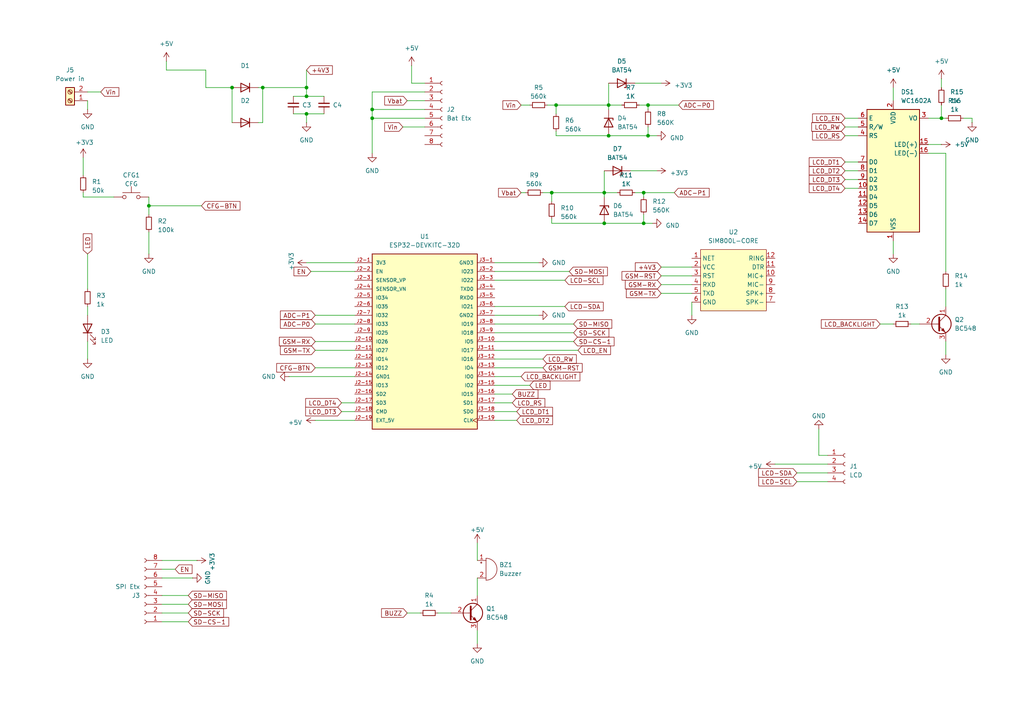
<source format=kicad_sch>
(kicad_sch (version 20231120) (generator "eeschema") (generator_version "8.0")
  (paper "A4")
  (lib_symbols
    (symbol "Connector:Conn_01x04_Socket" (pin_names (offset 1.016) hide)
      (property "Reference" "J" (at 0 5.08 0))
      (property "Value" "Conn_01x04_Socket" (at 0 -7.62 0))
      (symbol "Conn_01x04_Socket_1_1"
        (arc (start 0 -4.572) (mid -0.5058 -5.08) (end 0 -5.588) (stroke (width 0.1524)))
        (arc (start 0 -2.032) (mid -0.5058 -2.54) (end 0 -3.048) (stroke (width 0.1524)))
        (polyline (pts (xy -1.27 -5.08) (xy -0.508 -5.08)) (stroke (width 0.1524)))
        (polyline (pts (xy -1.27 -2.54) (xy -0.508 -2.54)) (stroke (width 0.1524)))
        (polyline (pts (xy -1.27 0) (xy -0.508 0)) (stroke (width 0.1524)))
        (polyline (pts (xy -1.27 2.54) (xy -0.508 2.54)) (stroke (width 0.1524)))
        (arc (start 0 0.508) (mid -0.5058 0) (end 0 -0.508) (stroke (width 0.1524)))
        (arc (start 0 3.048) (mid -0.5058 2.54) (end 0 2.032) (stroke (width 0.1524)))
        (pin passive line (at -5.08 2.54 0) (length 3.81) (name "Pin_1") (number "1"))
        (pin passive line (at -5.08 0 0) (length 3.81) (name "Pin_2") (number "2"))
        (pin passive line (at -5.08 -2.54 0) (length 3.81) (name "Pin_3") (number "3"))
        (pin passive line (at -5.08 -5.08 0) (length 3.81) (name "Pin_4") (number "4"))
      )
    )
    (symbol "Connector:Conn_01x08_Socket" (pin_names (offset 1.016) hide)
      (property "Reference" "J" (at 0 10.16 0))
      (property "Value" "Conn_01x08_Socket" (at 0 -12.7 0))
      (symbol "Conn_01x08_Socket_1_1"
        (arc (start 0 -9.652) (mid -0.5058 -10.16) (end 0 -10.668) (stroke (width 0.1524)))
        (arc (start 0 -7.112) (mid -0.5058 -7.62) (end 0 -8.128) (stroke (width 0.1524)))
        (arc (start 0 -4.572) (mid -0.5058 -5.08) (end 0 -5.588) (stroke (width 0.1524)))
        (arc (start 0 -2.032) (mid -0.5058 -2.54) (end 0 -3.048) (stroke (width 0.1524)))
        (polyline (pts (xy -1.27 -10.16) (xy -0.508 -10.16)) (stroke (width 0.1524)))
        (polyline (pts (xy -1.27 -7.62) (xy -0.508 -7.62)) (stroke (width 0.1524)))
        (polyline (pts (xy -1.27 -5.08) (xy -0.508 -5.08)) (stroke (width 0.1524)))
        (polyline (pts (xy -1.27 -2.54) (xy -0.508 -2.54)) (stroke (width 0.1524)))
        (polyline (pts (xy -1.27 0) (xy -0.508 0)) (stroke (width 0.1524)))
        (polyline (pts (xy -1.27 2.54) (xy -0.508 2.54)) (stroke (width 0.1524)))
        (polyline (pts (xy -1.27 5.08) (xy -0.508 5.08)) (stroke (width 0.1524)))
        (polyline (pts (xy -1.27 7.62) (xy -0.508 7.62)) (stroke (width 0.1524)))
        (arc (start 0 0.508) (mid -0.5058 0) (end 0 -0.508) (stroke (width 0.1524)))
        (arc (start 0 3.048) (mid -0.5058 2.54) (end 0 2.032) (stroke (width 0.1524)))
        (arc (start 0 5.588) (mid -0.5058 5.08) (end 0 4.572) (stroke (width 0.1524)))
        (arc (start 0 8.128) (mid -0.5058 7.62) (end 0 7.112) (stroke (width 0.1524)))
        (pin passive line (at -5.08 7.62 0) (length 3.81) (name "Pin_1") (number "1"))
        (pin passive line (at -5.08 5.08 0) (length 3.81) (name "Pin_2") (number "2"))
        (pin passive line (at -5.08 2.54 0) (length 3.81) (name "Pin_3") (number "3"))
        (pin passive line (at -5.08 0 0) (length 3.81) (name "Pin_4") (number "4"))
        (pin passive line (at -5.08 -2.54 0) (length 3.81) (name "Pin_5") (number "5"))
        (pin passive line (at -5.08 -5.08 0) (length 3.81) (name "Pin_6") (number "6"))
        (pin passive line (at -5.08 -7.62 0) (length 3.81) (name "Pin_7") (number "7"))
        (pin passive line (at -5.08 -10.16 0) (length 3.81) (name "Pin_8") (number "8"))
      )
    )
    (symbol "Connector:Screw_Terminal_01x02" (pin_names (offset 1.016) hide)
      (property "Reference" "J" (at 0 2.54 0))
      (property "Value" "Screw_Terminal_01x02" (at 0 -5.08 0))
      (symbol "Screw_Terminal_01x02_1_1"
        (rectangle (start -1.27 1.27) (end 1.27 -3.81) (stroke (width 0.254)) (fill (type background)))
        (circle (center 0 -2.54) (radius 0.635) (stroke (width 0.1524)))
        (polyline (pts (xy -0.5334 -2.2098) (xy 0.3302 -3.048)) (stroke (width 0.1524)))
        (polyline (pts (xy -0.5334 0.3302) (xy 0.3302 -0.508)) (stroke (width 0.1524)))
        (polyline (pts (xy -0.3556 -2.032) (xy 0.508 -2.8702)) (stroke (width 0.1524)))
        (polyline (pts (xy -0.3556 0.508) (xy 0.508 -0.3302)) (stroke (width 0.1524)))
        (circle (center 0 0) (radius 0.635) (stroke (width 0.1524)))
        (pin passive line (at -5.08 0 0) (length 3.81) (name "Pin_1") (number "1"))
        (pin passive line (at -5.08 -2.54 0) (length 3.81) (name "Pin_2") (number "2"))
      )
    )
    (symbol "Device:Buzzer" (pin_names (offset 0.0254) hide)
      (property "Reference" "BZ" (at 3.81 1.27 0))
      (property "Value" "Buzzer" (at 3.81 -1.27 0))
      (symbol "Buzzer_0_1"
        (arc (start 0 -3.175) (mid 3.1612 0) (end 0 3.175))
        (polyline (pts (xy -1.651 1.905) (xy -1.143 1.905)))
        (polyline (pts (xy -1.397 2.159) (xy -1.397 1.651)))
        (polyline (pts (xy 0 3.175) (xy 0 -3.175)))
      )
      (symbol "Buzzer_1_1"
        (pin passive line (at -2.54 2.54 0) (length 2.54) (name "+") (number "1"))
        (pin passive line (at -2.54 -2.54 0) (length 2.54) (name "-") (number "2"))
      )
    )
    (symbol "Device:C_Small" (pin_numbers hide) (pin_names (offset 0.254) hide)
      (property "Reference" "C" (at 0.254 1.778 0))
      (property "Value" "C_Small" (at 0.254 -2.032 0))
      (symbol "C_Small_0_1"
        (polyline (pts (xy -1.524 -0.508) (xy 1.524 -0.508)) (stroke (width 0.3302)))
        (polyline (pts (xy -1.524 0.508) (xy 1.524 0.508)) (stroke (width 0.3048)))
      )
      (symbol "C_Small_1_1"
        (pin passive line (at 0 2.54 270) (length 2.032) (name "~") (number "1"))
        (pin passive line (at 0 -2.54 90) (length 2.032) (name "~") (number "2"))
      )
    )
    (symbol "Device:LED" (pin_numbers hide) (pin_names (offset 1.016) hide)
      (property "Reference" "D" (at 0 2.54 0))
      (property "Value" "LED" (at 0 -2.54 0))
      (symbol "LED_0_1"
        (polyline (pts (xy -1.27 -1.27) (xy -1.27 1.27)) (stroke (width 0.254)))
        (polyline (pts (xy -1.27 0) (xy 1.27 0)))
        (polyline (pts (xy 1.27 -1.27) (xy 1.27 1.27) (xy -1.27 0) (xy 1.27 -1.27)) (stroke (width 0.254)))
        (polyline (pts (xy -3.048 -0.762) (xy -4.572 -2.286) (xy -3.81 -2.286) (xy -4.572 -2.286) (xy -4.572 -1.524)))
        (polyline (pts (xy -1.778 -0.762) (xy -3.302 -2.286) (xy -2.54 -2.286) (xy -3.302 -2.286) (xy -3.302 -1.524)))
      )
      (symbol "LED_1_1"
        (pin passive line (at -3.81 0 0) (length 2.54) (name "K") (number "1"))
        (pin passive line (at 3.81 0 180) (length 2.54) (name "A") (number "2"))
      )
    )
    (symbol "Device:R_Small" (pin_numbers hide) (pin_names (offset 0.254) hide)
      (property "Reference" "R" (at 0.762 0.508 0))
      (property "Value" "R_Small" (at 0.762 -1.016 0))
      (symbol "R_Small_0_1"
        (rectangle (start -0.762 1.778) (end 0.762 -1.778) (stroke (width 0.2032)))
      )
      (symbol "R_Small_1_1"
        (pin passive line (at 0 2.54 270) (length 0.762) (name "~") (number "1"))
        (pin passive line (at 0 -2.54 90) (length 0.762) (name "~") (number "2"))
      )
    )
    (symbol "Diode:1N4007" (pin_numbers hide) (pin_names hide)
      (property "Reference" "D" (at 0 2.54 0))
      (property "Value" "1N4007" (at 0 -2.54 0))
      (symbol "1N4007_0_1"
        (polyline (pts (xy -1.27 1.27) (xy -1.27 -1.27)) (stroke (width 0.254)))
        (polyline (pts (xy 1.27 0) (xy -1.27 0)))
        (polyline (pts (xy 1.27 1.27) (xy 1.27 -1.27) (xy -1.27 0) (xy 1.27 1.27)) (stroke (width 0.254)))
      )
      (symbol "1N4007_1_1"
        (pin passive line (at -3.81 0 0) (length 2.54) (name "K") (number "1"))
        (pin passive line (at 3.81 0 180) (length 2.54) (name "A") (number "2"))
      )
    )
    (symbol "Diode:1N47xxA" (pin_numbers hide) (pin_names hide)
      (property "Reference" "D" (at 0 2.54 0))
      (property "Value" "1N47xxA" (at 0 -2.54 0))
      (symbol "1N47xxA_0_1"
        (polyline (pts (xy 1.27 0) (xy -1.27 0)))
        (polyline (pts (xy -1.27 -1.27) (xy -1.27 1.27) (xy -0.762 1.27)) (stroke (width 0.254)))
        (polyline (pts (xy 1.27 -1.27) (xy 1.27 1.27) (xy -1.27 0) (xy 1.27 -1.27)) (stroke (width 0.254)))
      )
      (symbol "1N47xxA_1_1"
        (pin passive line (at -3.81 0 0) (length 2.54) (name "K") (number "1"))
        (pin passive line (at 3.81 0 180) (length 2.54) (name "A") (number "2"))
      )
    )
    (symbol "Display_Character:WC1602A"
      (property "Reference" "DS" (at -5.842 19.05 0))
      (property "Value" "WC1602A" (at 5.334 19.05 0))
      (symbol "WC1602A_1_1"
        (rectangle (start -7.62 17.78) (end 7.62 -17.78) (stroke (width 0.254)) (fill (type background)))
        (pin power_in line (at 0 -20.32 90) (length 2.54) (name "VSS") (number "1"))
        (pin input line (at -10.16 -5.08 0) (length 2.54) (name "D3") (number "10"))
        (pin input line (at -10.16 -7.62 0) (length 2.54) (name "D4") (number "11"))
        (pin input line (at -10.16 -10.16 0) (length 2.54) (name "D5") (number "12"))
        (pin input line (at -10.16 -12.7 0) (length 2.54) (name "D6") (number "13"))
        (pin input line (at -10.16 -15.24 0) (length 2.54) (name "D7") (number "14"))
        (pin power_in line (at 10.16 7.62 180) (length 2.54) (name "LED(+)") (number "15"))
        (pin power_in line (at 10.16 5.08 180) (length 2.54) (name "LED(-)") (number "16"))
        (pin power_in line (at 0 20.32 270) (length 2.54) (name "VDD") (number "2"))
        (pin input line (at 10.16 15.24 180) (length 2.54) (name "VO") (number "3"))
        (pin input line (at -10.16 10.16 0) (length 2.54) (name "RS") (number "4"))
        (pin input line (at -10.16 12.7 0) (length 2.54) (name "R/W") (number "5"))
        (pin input line (at -10.16 15.24 0) (length 2.54) (name "E") (number "6"))
        (pin input line (at -10.16 2.54 0) (length 2.54) (name "D0") (number "7"))
        (pin input line (at -10.16 0 0) (length 2.54) (name "D1") (number "8"))
        (pin input line (at -10.16 -2.54 0) (length 2.54) (name "D2") (number "9"))
      )
    )
    (symbol "ESP32-DEVKIT:ESP32-DEVKITC-32D" (pin_names (offset 1.016))
      (property "Reference" "U" (at -15.2572 26.0643 0))
      (property "Value" "ESP32-DEVKITC-32D" (at -15.2563 -27.9698 0))
      (symbol "ESP32-DEVKITC-32D_0_0"
        (rectangle (start -15.24 -25.4) (end 15.24 25.4) (stroke (width 0.254)) (fill (type background)))
        (pin power_in line (at -20.32 22.86 0) (length 5.08) (name "3V3") (number "J2-1"))
        (pin bidirectional line (at -20.32 0 0) (length 5.08) (name "IO26") (number "J2-10"))
        (pin bidirectional line (at -20.32 -2.54 0) (length 5.08) (name "IO27") (number "J2-11"))
        (pin bidirectional line (at -20.32 -5.08 0) (length 5.08) (name "IO14") (number "J2-12"))
        (pin bidirectional line (at -20.32 -7.62 0) (length 5.08) (name "IO12") (number "J2-13"))
        (pin power_in line (at -20.32 -10.16 0) (length 5.08) (name "GND1") (number "J2-14"))
        (pin bidirectional line (at -20.32 -12.7 0) (length 5.08) (name "IO13") (number "J2-15"))
        (pin bidirectional line (at -20.32 -15.24 0) (length 5.08) (name "SD2") (number "J2-16"))
        (pin bidirectional line (at -20.32 -17.78 0) (length 5.08) (name "SD3") (number "J2-17"))
        (pin bidirectional line (at -20.32 -20.32 0) (length 5.08) (name "CMD") (number "J2-18"))
        (pin power_in line (at -20.32 -22.86 0) (length 5.08) (name "EXT_5V") (number "J2-19"))
        (pin input line (at -20.32 20.32 0) (length 5.08) (name "EN") (number "J2-2"))
        (pin input line (at -20.32 17.78 0) (length 5.08) (name "SENSOR_VP") (number "J2-3"))
        (pin input line (at -20.32 15.24 0) (length 5.08) (name "SENSOR_VN") (number "J2-4"))
        (pin bidirectional line (at -20.32 12.7 0) (length 5.08) (name "IO34") (number "J2-5"))
        (pin bidirectional line (at -20.32 10.16 0) (length 5.08) (name "IO35") (number "J2-6"))
        (pin bidirectional line (at -20.32 7.62 0) (length 5.08) (name "IO32") (number "J2-7"))
        (pin bidirectional line (at -20.32 5.08 0) (length 5.08) (name "IO33") (number "J2-8"))
        (pin bidirectional line (at -20.32 2.54 0) (length 5.08) (name "IO25") (number "J2-9"))
        (pin power_in line (at 20.32 22.86 180) (length 5.08) (name "GND3") (number "J3-1"))
        (pin bidirectional line (at 20.32 0 180) (length 5.08) (name "IO5") (number "J3-10"))
        (pin bidirectional line (at 20.32 -2.54 180) (length 5.08) (name "IO17") (number "J3-11"))
        (pin bidirectional line (at 20.32 -5.08 180) (length 5.08) (name "IO16") (number "J3-12"))
        (pin bidirectional line (at 20.32 -7.62 180) (length 5.08) (name "IO4") (number "J3-13"))
        (pin bidirectional line (at 20.32 -10.16 180) (length 5.08) (name "IO0") (number "J3-14"))
        (pin bidirectional line (at 20.32 -12.7 180) (length 5.08) (name "IO2") (number "J3-15"))
        (pin bidirectional line (at 20.32 -15.24 180) (length 5.08) (name "IO15") (number "J3-16"))
        (pin bidirectional line (at 20.32 -17.78 180) (length 5.08) (name "SD1") (number "J3-17"))
        (pin bidirectional line (at 20.32 -20.32 180) (length 5.08) (name "SD0") (number "J3-18"))
        (pin input clock (at 20.32 -22.86 180) (length 5.08) (name "CLK") (number "J3-19"))
        (pin bidirectional line (at 20.32 20.32 180) (length 5.08) (name "IO23") (number "J3-2"))
        (pin bidirectional line (at 20.32 17.78 180) (length 5.08) (name "IO22") (number "J3-3"))
        (pin output line (at 20.32 15.24 180) (length 5.08) (name "TXD0") (number "J3-4"))
        (pin input line (at 20.32 12.7 180) (length 5.08) (name "RXD0") (number "J3-5"))
        (pin bidirectional line (at 20.32 10.16 180) (length 5.08) (name "IO21") (number "J3-6"))
        (pin power_in line (at 20.32 7.62 180) (length 5.08) (name "GND2") (number "J3-7"))
        (pin bidirectional line (at 20.32 5.08 180) (length 5.08) (name "IO19") (number "J3-8"))
        (pin bidirectional line (at 20.32 2.54 180) (length 5.08) (name "IO18") (number "J3-9"))
      )
    )
    (symbol "SIM800L-DEVKIT:SIM800L-CORE"
      (property "Reference" "U" (at -7.62 8.89 0))
      (property "Value" "SIM800L-CORE" (at 0 -12.7 0))
      (symbol "SIM800L-CORE_0_1"
        (rectangle (start -8.89 7.62) (end 10.16 -10.16) (stroke (width 0.1524)) (fill (type background)))
      )
      (symbol "SIM800L-CORE_1_1"
        (pin bidirectional line (at -11.43 5.08 0) (length 2.54) (name "NET") (number "1"))
        (pin output line (at 12.7 0 180) (length 2.54) (name "MIC+") (number "10"))
        (pin passive line (at 12.7 2.54 180) (length 2.54) (name "DTR") (number "11"))
        (pin output line (at 12.7 5.08 180) (length 2.54) (name "RING") (number "12"))
        (pin power_in line (at -11.43 2.54 0) (length 2.54) (name "VCC") (number "2"))
        (pin input line (at -11.43 0 0) (length 2.54) (name "RST") (number "3"))
        (pin input line (at -11.43 -2.54 0) (length 2.54) (name "RXD") (number "4"))
        (pin output line (at -11.43 -5.08 0) (length 2.54) (name "TXD") (number "5"))
        (pin power_in line (at -11.43 -7.62 0) (length 2.54) (name "GND") (number "6"))
        (pin output line (at 12.7 -7.62 180) (length 2.54) (name "SPK-") (number "7"))
        (pin output line (at 12.7 -5.08 180) (length 2.54) (name "SPK+") (number "8"))
        (pin output line (at 12.7 -2.54 180) (length 2.54) (name "MIC-") (number "9"))
      )
    )
    (symbol "Switch:SW_Push" (pin_numbers hide) (pin_names (offset 1.016) hide)
      (property "Reference" "SW" (at 1.27 2.54 0))
      (property "Value" "SW_Push" (at 0 -1.524 0))
      (symbol "SW_Push_0_1"
        (circle (center -2.032 0) (radius 0.508))
        (polyline (pts (xy 0 1.27) (xy 0 3.048)))
        (polyline (pts (xy 2.54 1.27) (xy -2.54 1.27)))
        (circle (center 2.032 0) (radius 0.508))
        (pin passive line (at -5.08 0 0) (length 2.54) (name "1") (number "1"))
        (pin passive line (at 5.08 0 180) (length 2.54) (name "2") (number "2"))
      )
    )
    (symbol "Transistor_BJT:BC548" (pin_names (offset 0) hide)
      (property "Reference" "Q" (at 5.08 1.905 0))
      (property "Value" "BC548" (at 5.08 0 0))
      (symbol "BC548_0_1"
        (polyline (pts (xy 0 0) (xy 0.635 0)))
        (polyline (pts (xy 0.635 0.635) (xy 2.54 2.54)))
        (polyline (pts (xy 0.635 -0.635) (xy 2.54 -2.54) (xy 2.54 -2.54)))
        (polyline (pts (xy 0.635 1.905) (xy 0.635 -1.905) (xy 0.635 -1.905)) (stroke (width 0.508)))
        (polyline (pts (xy 1.27 -1.778) (xy 1.778 -1.27) (xy 2.286 -2.286) (xy 1.27 -1.778) (xy 1.27 -1.778)) (fill (type outline)))
        (circle (center 1.27 0) (radius 2.8194) (stroke (width 0.254)))
      )
      (symbol "BC548_1_1"
        (pin passive line (at 2.54 5.08 270) (length 2.54) (name "C") (number "1"))
        (pin input line (at -5.08 0 0) (length 5.08) (name "B") (number "2"))
        (pin passive line (at 2.54 -5.08 90) (length 2.54) (name "E") (number "3"))
      )
    )
    (symbol "power:+3V3" (power) (pin_numbers hide) (pin_names (offset 0) hide)
      (property "Value" "+3V3" (at 0 3.556 0))
      (symbol "+3V3_0_1"
        (polyline (pts (xy -0.762 1.27) (xy 0 2.54)))
        (polyline (pts (xy 0 0) (xy 0 2.54)))
        (polyline (pts (xy 0 2.54) (xy 0.762 1.27)))
      )
      (symbol "+3V3_1_1"
        (pin power_in line (at 0 0 90) (length 0) (name "~") (number "1"))
      )
    )
    (symbol "power:+5V" (power) (pin_numbers hide) (pin_names (offset 0) hide)
      (property "Value" "+5V" (at 0 3.556 0))
      (symbol "+5V_0_1"
        (polyline (pts (xy -0.762 1.27) (xy 0 2.54)))
        (polyline (pts (xy 0 0) (xy 0 2.54)))
        (polyline (pts (xy 0 2.54) (xy 0.762 1.27)))
      )
      (symbol "+5V_1_1"
        (pin power_in line (at 0 0 90) (length 0) (name "~") (number "1"))
      )
    )
    (symbol "power:GND" (power) (pin_numbers hide) (pin_names (offset 0) hide)
      (property "Value" "GND" (at 0 -3.81 0))
      (symbol "GND_0_1"
        (polyline (pts (xy 0 0) (xy 0 -1.27) (xy 1.27 -1.27) (xy 0 -2.54) (xy -1.27 -1.27) (xy 0 -1.27)))
      )
      (symbol "GND_1_1"
        (pin power_in line (at 0 0 270) (length 0) (name "~") (number "1"))
      )
    )
  )
  (junction (at 175.26 55.88))
  (junction (at 186.69 55.88))
  (junction (at 161.29 30.48))
  (junction (at 67.31 25.4))
  (junction (at 76.2 25.4))
  (junction (at 187.96 39.37))
  (junction (at 88.9 25.4))
  (junction (at 88.9 27.94))
  (junction (at 176.53 30.48))
  (junction (at 88.9 33.02))
  (junction (at 186.69 64.77))
  (junction (at 160.02 55.88))
  (junction (at 107.95 34.29))
  (junction (at 175.26 64.77))
  (junction (at 176.53 39.37))
  (junction (at 43.18 59.69))
  (junction (at 187.96 30.48))
  (junction (at 107.95 31.75))
  (junction (at 273.05 34.29))
  (wire (pts (xy 176.53 30.48) (xy 180.34 30.48)))
  (wire (pts (xy 264.16 93.98) (xy 266.7 93.98)))
  (wire (pts (xy 54.61 177.8) (xy 46.99 177.8)))
  (wire (pts (xy 143.51 99.06) (xy 166.37 99.06)))
  (wire (pts (xy 88.9 20.32) (xy 88.9 25.4)))
  (wire (pts (xy 161.29 30.48) (xy 161.29 33.02)))
  (wire (pts (xy 67.31 25.4) (xy 67.31 35.56)))
  (wire (pts (xy 191.77 80.01) (xy 200.66 80.01)))
  (wire (pts (xy 187.96 30.48) (xy 196.85 30.48)))
  (wire (pts (xy 184.15 24.13) (xy 191.77 24.13)))
  (wire (pts (xy 59.69 25.4) (xy 67.31 25.4)))
  (wire (pts (xy 143.51 78.74) (xy 165.1 78.74)))
  (wire (pts (xy 143.51 116.84) (xy 148.59 116.84)))
  (wire (pts (xy 25.4 29.21) (xy 25.4 31.75)))
  (wire (pts (xy 54.61 175.26) (xy 46.99 175.26)))
  (wire (pts (xy 107.95 34.29) (xy 123.19 34.29)))
  (wire (pts (xy 185.42 30.48) (xy 187.96 30.48)))
  (wire (pts (xy 88.9 25.4) (xy 88.9 27.94)))
  (wire (pts (xy 143.51 93.98) (xy 166.37 93.98)))
  (wire (pts (xy 160.02 55.88) (xy 175.26 55.88)))
  (wire (pts (xy 161.29 38.1) (xy 161.29 39.37)))
  (wire (pts (xy 54.61 180.34) (xy 46.99 180.34)))
  (wire (pts (xy 143.51 81.28) (xy 163.83 81.28)))
  (wire (pts (xy 273.05 34.29) (xy 274.32 34.29)))
  (wire (pts (xy 91.44 106.68) (xy 102.87 106.68)))
  (wire (pts (xy 151.13 55.88) (xy 152.4 55.88)))
  (wire (pts (xy 91.44 91.44) (xy 102.87 91.44)))
  (wire (pts (xy 274.32 83.82) (xy 274.32 88.9)))
  (wire (pts (xy 191.77 77.47) (xy 200.66 77.47)))
  (wire (pts (xy 187.96 30.48) (xy 187.96 31.75)))
  (wire (pts (xy 88.9 33.02) (xy 93.98 33.02)))
  (wire (pts (xy 24.13 57.15) (xy 33.02 57.15)))
  (wire (pts (xy 143.51 76.2) (xy 156.21 76.2)))
  (wire (pts (xy 43.18 59.69) (xy 58.42 59.69)))
  (wire (pts (xy 245.11 36.83) (xy 248.92 36.83)))
  (wire (pts (xy 25.4 26.67) (xy 29.21 26.67)))
  (wire (pts (xy 50.8 165.1) (xy 46.99 165.1)))
  (wire (pts (xy 237.49 132.08) (xy 240.03 132.08)))
  (wire (pts (xy 187.96 36.83) (xy 187.96 39.37)))
  (wire (pts (xy 25.4 88.9) (xy 25.4 91.44)))
  (wire (pts (xy 175.26 64.77) (xy 186.69 64.77)))
  (wire (pts (xy 123.19 26.67) (xy 107.95 26.67)))
  (wire (pts (xy 176.53 24.13) (xy 176.53 30.48)))
  (wire (pts (xy 118.11 177.8) (xy 121.92 177.8)))
  (wire (pts (xy 25.4 99.06) (xy 25.4 104.14)))
  (wire (pts (xy 24.13 45.72) (xy 24.13 50.8)))
  (wire (pts (xy 116.84 36.83) (xy 123.19 36.83)))
  (wire (pts (xy 279.4 34.29) (xy 281.94 34.29)))
  (wire (pts (xy 143.51 111.76) (xy 153.67 111.76)))
  (wire (pts (xy 90.17 78.74) (xy 102.87 78.74)))
  (wire (pts (xy 83.82 109.22) (xy 102.87 109.22)))
  (wire (pts (xy 88.9 33.02) (xy 88.9 35.56)))
  (wire (pts (xy 186.69 62.23) (xy 186.69 64.77)))
  (wire (pts (xy 175.26 55.88) (xy 179.07 55.88)))
  (wire (pts (xy 138.43 167.64) (xy 138.43 172.72)))
  (wire (pts (xy 91.44 121.92) (xy 102.87 121.92)))
  (wire (pts (xy 274.32 99.06) (xy 274.32 102.87)))
  (wire (pts (xy 107.95 31.75) (xy 107.95 34.29)))
  (wire (pts (xy 143.51 121.92) (xy 149.86 121.92)))
  (wire (pts (xy 245.11 54.61) (xy 248.92 54.61)))
  (wire (pts (xy 269.24 44.45) (xy 274.32 44.45)))
  (wire (pts (xy 91.44 93.98) (xy 102.87 93.98)))
  (wire (pts (xy 259.08 69.85) (xy 259.08 73.66)))
  (wire (pts (xy 237.49 124.46) (xy 237.49 132.08)))
  (wire (pts (xy 43.18 59.69) (xy 43.18 62.23)))
  (wire (pts (xy 88.9 76.2) (xy 102.87 76.2)))
  (wire (pts (xy 24.13 55.88) (xy 24.13 57.15)))
  (wire (pts (xy 175.26 49.53) (xy 175.26 55.88)))
  (wire (pts (xy 245.11 39.37) (xy 248.92 39.37)))
  (wire (pts (xy 43.18 57.15) (xy 43.18 59.69)))
  (wire (pts (xy 76.2 35.56) (xy 74.93 35.56)))
  (wire (pts (xy 143.51 101.6) (xy 167.64 101.6)))
  (wire (pts (xy 119.38 24.13) (xy 119.38 19.05)))
  (wire (pts (xy 187.96 39.37) (xy 190.5 39.37)))
  (wire (pts (xy 186.69 55.88) (xy 195.58 55.88)))
  (wire (pts (xy 273.05 22.86) (xy 273.05 25.4)))
  (wire (pts (xy 160.02 55.88) (xy 160.02 58.42)))
  (wire (pts (xy 273.05 30.48) (xy 273.05 34.29)))
  (wire (pts (xy 143.51 109.22) (xy 151.13 109.22)))
  (wire (pts (xy 143.51 96.52) (xy 166.37 96.52)))
  (wire (pts (xy 160.02 63.5) (xy 160.02 64.77)))
  (wire (pts (xy 274.32 44.45) (xy 274.32 78.74)))
  (wire (pts (xy 182.88 49.53) (xy 190.5 49.53)))
  (wire (pts (xy 88.9 27.94) (xy 93.98 27.94)))
  (wire (pts (xy 191.77 85.09) (xy 200.66 85.09)))
  (wire (pts (xy 48.26 17.78) (xy 48.26 20.32)))
  (wire (pts (xy 224.79 134.62) (xy 240.03 134.62)))
  (wire (pts (xy 245.11 49.53) (xy 248.92 49.53)))
  (wire (pts (xy 191.77 82.55) (xy 200.66 82.55)))
  (wire (pts (xy 259.08 25.4) (xy 259.08 29.21)))
  (wire (pts (xy 99.06 119.38) (xy 102.87 119.38)))
  (wire (pts (xy 127 177.8) (xy 130.81 177.8)))
  (wire (pts (xy 48.26 20.32) (xy 59.69 20.32)))
  (wire (pts (xy 231.14 137.16) (xy 240.03 137.16)))
  (wire (pts (xy 231.14 139.7) (xy 240.03 139.7)))
  (wire (pts (xy 57.15 162.56) (xy 46.99 162.56)))
  (wire (pts (xy 55.88 167.64) (xy 46.99 167.64)))
  (wire (pts (xy 269.24 41.91) (xy 273.05 41.91)))
  (wire (pts (xy 158.75 30.48) (xy 161.29 30.48)))
  (wire (pts (xy 143.51 104.14) (xy 157.48 104.14)))
  (wire (pts (xy 245.11 52.07) (xy 248.92 52.07)))
  (wire (pts (xy 76.2 25.4) (xy 88.9 25.4)))
  (wire (pts (xy 281.94 34.29) (xy 281.94 35.56)))
  (wire (pts (xy 143.51 114.3) (xy 148.59 114.3)))
  (wire (pts (xy 76.2 25.4) (xy 76.2 35.56)))
  (wire (pts (xy 123.19 24.13) (xy 119.38 24.13)))
  (wire (pts (xy 161.29 39.37) (xy 176.53 39.37)))
  (wire (pts (xy 184.15 55.88) (xy 186.69 55.88)))
  (wire (pts (xy 151.13 30.48) (xy 153.67 30.48)))
  (wire (pts (xy 176.53 39.37) (xy 187.96 39.37)))
  (wire (pts (xy 157.48 55.88) (xy 160.02 55.88)))
  (wire (pts (xy 255.27 93.98) (xy 259.08 93.98)))
  (wire (pts (xy 85.09 27.94) (xy 88.9 27.94)))
  (wire (pts (xy 85.09 33.02) (xy 88.9 33.02)))
  (wire (pts (xy 43.18 67.31) (xy 43.18 73.66)))
  (wire (pts (xy 143.51 106.68) (xy 157.48 106.68)))
  (wire (pts (xy 200.66 87.63) (xy 200.66 91.44)))
  (wire (pts (xy 25.4 73.66) (xy 25.4 83.82)))
  (wire (pts (xy 176.53 31.75) (xy 176.53 30.48)))
  (wire (pts (xy 54.61 172.72) (xy 46.99 172.72)))
  (wire (pts (xy 107.95 26.67) (xy 107.95 31.75)))
  (wire (pts (xy 107.95 31.75) (xy 123.19 31.75)))
  (wire (pts (xy 91.44 99.06) (xy 102.87 99.06)))
  (wire (pts (xy 269.24 34.29) (xy 273.05 34.29)))
  (wire (pts (xy 59.69 20.32) (xy 59.69 25.4)))
  (wire (pts (xy 99.06 116.84) (xy 102.87 116.84)))
  (wire (pts (xy 245.11 34.29) (xy 248.92 34.29)))
  (wire (pts (xy 245.11 46.99) (xy 248.92 46.99)))
  (wire (pts (xy 160.02 64.77) (xy 175.26 64.77)))
  (wire (pts (xy 138.43 182.88) (xy 138.43 186.69)))
  (wire (pts (xy 143.51 91.44) (xy 156.21 91.44)))
  (wire (pts (xy 107.95 34.29) (xy 107.95 44.45)))
  (wire (pts (xy 143.51 88.9) (xy 163.83 88.9)))
  (wire (pts (xy 175.26 57.15) (xy 175.26 55.88)))
  (wire (pts (xy 186.69 55.88) (xy 186.69 57.15)))
  (wire (pts (xy 118.11 29.21) (xy 123.19 29.21)))
  (wire (pts (xy 143.51 119.38) (xy 149.86 119.38)))
  (wire (pts (xy 186.69 64.77) (xy 189.23 64.77)))
  (wire (pts (xy 161.29 30.48) (xy 176.53 30.48)))
  (wire (pts (xy 76.2 25.4) (xy 74.93 25.4)))
  (wire (pts (xy 138.43 157.48) (xy 138.43 162.56)))
  (wire (pts (xy 91.44 101.6) (xy 102.87 101.6)))
  (global_label "LCD-SDA" (shape input) (at 231.14 137.16 180) (property "Intersheetrefs" "${INTERSHEET_REFS}" (effects (hide yes))))
  (global_label "+4V3" (shape input) (at 88.9 20.32 0) (property "Intersheetrefs" "${INTERSHEET_REFS}" (effects (hide yes))))
  (global_label "SD-MISO" (shape input) (at 166.37 93.98 0) (property "Intersheetrefs" "${INTERSHEET_REFS}" (effects (hide yes))))
  (global_label "GSM-RX" (shape input) (at 191.77 82.55 180) (property "Intersheetrefs" "${INTERSHEET_REFS}" (effects (hide yes))))
  (global_label "GSM-TX" (shape input) (at 91.44 101.6 180) (property "Intersheetrefs" "${INTERSHEET_REFS}" (effects (hide yes))))
  (global_label "SD-CS-1" (shape input) (at 166.37 99.06 0) (property "Intersheetrefs" "${INTERSHEET_REFS}" (effects (hide yes))))
  (global_label "GSM-RST" (shape input) (at 191.77 80.01 180) (property "Intersheetrefs" "${INTERSHEET_REFS}" (effects (hide yes))))
  (global_label "SD-MOSI" (shape input) (at 165.1 78.74 0) (property "Intersheetrefs" "${INTERSHEET_REFS}" (effects (hide yes))))
  (global_label "CFG-BTN" (shape input) (at 91.44 106.68 180) (property "Intersheetrefs" "${INTERSHEET_REFS}" (effects (hide yes))))
  (global_label "Vin" (shape input) (at 29.21 26.67 0) (property "Intersheetrefs" "${INTERSHEET_REFS}" (effects (hide yes))))
  (global_label "ADC-P0" (shape input) (at 91.44 93.98 180) (property "Intersheetrefs" "${INTERSHEET_REFS}" (effects (hide yes))))
  (global_label "LCD_RW" (shape input) (at 245.11 36.83 180) (property "Intersheetrefs" "${INTERSHEET_REFS}" (effects (hide yes))))
  (global_label "SD-MOSI" (shape input) (at 54.61 175.26 0) (property "Intersheetrefs" "${INTERSHEET_REFS}" (effects (hide yes))))
  (global_label "LCD_RS" (shape input) (at 148.59 116.84 0) (property "Intersheetrefs" "${INTERSHEET_REFS}" (effects (hide yes))))
  (global_label "GSM-RST" (shape input) (at 157.48 106.68 0) (property "Intersheetrefs" "${INTERSHEET_REFS}" (effects (hide yes))))
  (global_label "LCD_RS" (shape input) (at 245.11 39.37 180) (property "Intersheetrefs" "${INTERSHEET_REFS}" (effects (hide yes))))
  (global_label "Vin" (shape input) (at 116.84 36.83 180) (property "Intersheetrefs" "${INTERSHEET_REFS}" (effects (hide yes))))
  (global_label "Vbat" (shape input) (at 151.13 55.88 180) (property "Intersheetrefs" "${INTERSHEET_REFS}" (effects (hide yes))))
  (global_label "SD-CS-1" (shape input) (at 54.61 180.34 0) (property "Intersheetrefs" "${INTERSHEET_REFS}" (effects (hide yes))))
  (global_label "LCD_DT1" (shape input) (at 245.11 46.99 180) (property "Intersheetrefs" "${INTERSHEET_REFS}" (effects (hide yes))))
  (global_label "LCD-SCL" (shape input) (at 163.83 81.28 0) (property "Intersheetrefs" "${INTERSHEET_REFS}" (effects (hide yes))))
  (global_label "LCD_DT3" (shape input) (at 99.06 119.38 180) (property "Intersheetrefs" "${INTERSHEET_REFS}" (effects (hide yes))))
  (global_label "ADC-P1" (shape input) (at 91.44 91.44 180) (property "Intersheetrefs" "${INTERSHEET_REFS}" (effects (hide yes))))
  (global_label "LCD-SDA" (shape input) (at 163.83 88.9 0) (property "Intersheetrefs" "${INTERSHEET_REFS}" (effects (hide yes))))
  (global_label "CFG-BTN" (shape input) (at 58.42 59.69 0) (property "Intersheetrefs" "${INTERSHEET_REFS}" (effects (hide yes))))
  (global_label "ADC-P1" (shape input) (at 195.58 55.88 0) (property "Intersheetrefs" "${INTERSHEET_REFS}" (effects (hide yes))))
  (global_label "LCD_DT3" (shape input) (at 245.11 52.07 180) (property "Intersheetrefs" "${INTERSHEET_REFS}" (effects (hide yes))))
  (global_label "LCD_BACKLIGHT" (shape input) (at 151.13 109.22 0) (property "Intersheetrefs" "${INTERSHEET_REFS}" (effects (hide yes))))
  (global_label "GSM-TX" (shape input) (at 191.77 85.09 180) (property "Intersheetrefs" "${INTERSHEET_REFS}" (effects (hide yes))))
  (global_label "LCD_EN" (shape input) (at 167.64 101.6 0) (property "Intersheetrefs" "${INTERSHEET_REFS}" (effects (hide yes))))
  (global_label "LCD-SCL" (shape input) (at 231.14 139.7 180) (property "Intersheetrefs" "${INTERSHEET_REFS}" (effects (hide yes))))
  (global_label "EN" (shape input) (at 90.17 78.74 180) (property "Intersheetrefs" "${INTERSHEET_REFS}" (effects (hide yes))))
  (global_label "EN" (shape input) (at 50.8 165.1 0) (property "Intersheetrefs" "${INTERSHEET_REFS}" (effects (hide yes))))
  (global_label "Vbat" (shape input) (at 118.11 29.21 180) (property "Intersheetrefs" "${INTERSHEET_REFS}" (effects (hide yes))))
  (global_label "LCD_DT1" (shape input) (at 149.86 119.38 0) (property "Intersheetrefs" "${INTERSHEET_REFS}" (effects (hide yes))))
  (global_label "Vin" (shape input) (at 151.13 30.48 180) (property "Intersheetrefs" "${INTERSHEET_REFS}" (effects (hide yes))))
  (global_label "+4V3" (shape input) (at 191.77 77.47 180) (property "Intersheetrefs" "${INTERSHEET_REFS}" (effects (hide yes))))
  (global_label "BUZZ" (shape input) (at 118.11 177.8 180) (property "Intersheetrefs" "${INTERSHEET_REFS}" (effects (hide yes))))
  (global_label "BUZZ" (shape input) (at 148.59 114.3 0) (property "Intersheetrefs" "${INTERSHEET_REFS}" (effects (hide yes))))
  (global_label "SD-SCK" (shape input) (at 166.37 96.52 0) (property "Intersheetrefs" "${INTERSHEET_REFS}" (effects (hide yes))))
  (global_label "LCD_DT4" (shape input) (at 245.11 54.61 180) (property "Intersheetrefs" "${INTERSHEET_REFS}" (effects (hide yes))))
  (global_label "LCD_EN" (shape input) (at 245.11 34.29 180) (property "Intersheetrefs" "${INTERSHEET_REFS}" (effects (hide yes))))
  (global_label "LED" (shape input) (at 25.4 73.66 90) (property "Intersheetrefs" "${INTERSHEET_REFS}" (effects (hide yes))))
  (global_label "GSM-RX" (shape input) (at 91.44 99.06 180) (property "Intersheetrefs" "${INTERSHEET_REFS}" (effects (hide yes))))
  (global_label "ADC-P0" (shape input) (at 196.85 30.48 0) (property "Intersheetrefs" "${INTERSHEET_REFS}" (effects (hide yes))))
  (global_label "LCD_DT2" (shape input) (at 245.11 49.53 180) (property "Intersheetrefs" "${INTERSHEET_REFS}" (effects (hide yes))))
  (global_label "LCD_RW" (shape input) (at 157.48 104.14 0) (property "Intersheetrefs" "${INTERSHEET_REFS}" (effects (hide yes))))
  (global_label "LCD_BACKLIGHT" (shape input) (at 255.27 93.98 180) (property "Intersheetrefs" "${INTERSHEET_REFS}" (effects (hide yes))))
  (global_label "SD-SCK" (shape input) (at 54.61 177.8 0) (property "Intersheetrefs" "${INTERSHEET_REFS}" (effects (hide yes))))
  (global_label "LCD_DT2" (shape input) (at 149.86 121.92 0) (property "Intersheetrefs" "${INTERSHEET_REFS}" (effects (hide yes))))
  (global_label "LCD_DT4" (shape input) (at 99.06 116.84 180) (property "Intersheetrefs" "${INTERSHEET_REFS}" (effects (hide yes))))
  (global_label "LED" (shape input) (at 153.67 111.76 0) (property "Intersheetrefs" "${INTERSHEET_REFS}" (effects (hide yes))))
  (global_label "SD-MISO" (shape input) (at 54.61 172.72 0) (property "Intersheetrefs" "${INTERSHEET_REFS}" (effects (hide yes))))
  (symbol (lib_id "Switch:SW_Push") (at 38.1 57.15 0) (unit 1)
    (property "Reference" "CFG1" (at 38.1 50.8 0))
    (property "Value" "CFG" (at 38.1 53.34 0))
    (property "Footprint" "Connector_PinHeader_2.00mm:PinHeader_1x02_P2.00mm_Vertical" (effects (hide yes)))
    (property "Description" "Push button switch, generic, two pins" (effects (hide yes)))
  )
  (symbol (lib_id "power:GND") (at 55.88 167.64 90) (unit 1)
    (property "Reference" "#PWR011" (effects (hide yes)))
    (property "Value" "GND" (at 60.2742 167.513 0))
    (property "Description" "Power symbol creates a global label with name \"GND\" , ground" (effects (hide yes)))
  )
  (symbol (lib_id "Display_Character:WC1602A") (at 259.08 49.53 0) (unit 1)
    (property "Reference" "DS1" (at 261.2741 26.67 0) (effects (justify left)))
    (property "Value" "WC1602A" (at 261.2741 29.21 0) (effects (justify left)))
    (property "Footprint" "Display:WC1602A" (effects (hide yes)))
    (property "Datasheet" "http://www.wincomlcd.com/pdf/WC1602A-SFYLYHTC06.pdf" (effects (hide yes)))
    (property "Description" "LCD 16x2 Alphanumeric , 8 bit parallel bus, 5V VDD" (effects (hide yes)))
  )
  (symbol (lib_id "power:GND") (at 88.9 35.56 0) (unit 1)
    (property "Reference" "#PWR06" (effects (hide yes)))
    (property "Value" "GND" (at 88.9 40.64 0))
    (property "Description" "Power symbol creates a global label with name \"GND\" , ground" (effects (hide yes)))
  )
  (symbol (lib_id "power:GND") (at 107.95 44.45 0) (unit 1)
    (property "Reference" "#PWR020" (effects (hide yes)))
    (property "Value" "GND" (at 107.95 49.53 0))
    (property "Description" "Power symbol creates a global label with name \"GND\" , ground" (effects (hide yes)))
  )
  (symbol (lib_id "power:+3V3") (at 24.13 45.72 0) (unit 1)
    (property "Reference" "#PWR016" (effects (hide yes)))
    (property "Value" "+3V3" (at 24.511 41.3258 0))
    (property "Description" "Power symbol creates a global label with name \"+3V3\"" (effects (hide yes)))
  )
  (symbol (lib_id "power:GND") (at 281.94 35.56 0) (unit 1)
    (property "Reference" "#PWR031" (effects (hide yes)))
    (property "Value" "GND" (at 281.94 40.64 0))
    (property "Description" "Power symbol creates a global label with name \"GND\" , ground" (effects (hide yes)))
  )
  (symbol (lib_id "Device:R_Small") (at 160.02 60.96 180) (unit 1)
    (property "Reference" "R10" (at 162.56 60.325 0) (effects (justify right)))
    (property "Value" "560k" (at 162.56 62.865 0) (effects (justify right)))
    (property "Footprint" "Resistor_SMD:R_0805_2012Metric" (effects (hide yes)))
    (property "Description" "Resistor, small symbol" (effects (hide yes)))
  )
  (symbol (lib_id "Device:R_Small") (at 276.86 34.29 270) (unit 1)
    (property "Reference" "R16" (at 276.86 29.21 90))
    (property "Value" "1k" (at 276.86 31.75 90))
    (property "Footprint" "Resistor_SMD:R_0805_2012Metric" (effects (hide yes)))
    (property "Description" "Resistor, small symbol" (effects (hide yes)))
  )
  (symbol (lib_id "Device:Buzzer") (at 140.97 165.1 0) (unit 1)
    (property "Reference" "BZ1" (at 144.78 163.83 0) (effects (justify left)))
    (property "Value" "Buzzer" (at 144.78 166.37 0) (effects (justify left)))
    (property "Footprint" "Buzzer_Beeper:Buzzer_12x9.5RM7.6" (effects (hide yes)))
    (property "Description" "Buzzer, polarized" (effects (hide yes)))
  )
  (symbol (lib_id "Diode:1N4007") (at 71.12 25.4 180) (unit 1)
    (property "Reference" "D1" (at 71.12 19.05 0))
    (property "Value" "1N4007, SS14" (effects (hide yes)))
    (property "Footprint" "Diode_SMD:D_0805_2012Metric" (effects (hide yes)))
    (property "Datasheet" "http://www.vishay.com/docs/88503/1n4001.pdf" (effects (hide yes)))
    (property "Description" "1000V 1A General Purpose Rectifier Diode, DO-41" (effects (hide yes)))
    (property "Sim.Device" "D" (effects (hide yes)))
    (property "Sim.Pins" "1=K 2=A" (effects (hide yes)))
  )
  (symbol (lib_id "Transistor_BJT:BC548") (at 135.89 177.8 0) (unit 1)
    (property "Reference" "Q1" (at 140.97 176.53 0) (effects (justify left)))
    (property "Value" "BC548" (at 140.97 179.07 0) (effects (justify left)))
    (property "Footprint" "Package_TO_SOT_THT:TO-92_Inline" (effects (hide yes)))
    (property "Datasheet" "https://www.onsemi.com/pub/Collateral/BC550-D.pdf" (effects (hide yes)))
    (property "Description" "0.1A Ic, 30V Vce, Small Signal NPN Transistor, TO-92" (effects (hide yes)))
  )
  (symbol (lib_id "power:+5V") (at 273.05 41.91 270) (unit 1)
    (property "Reference" "#PWR029" (effects (hide yes)))
    (property "Value" "+5V" (at 276.86 41.9099 90) (effects (justify left)))
    (property "Description" "Power symbol creates a global label with name \"+5V\"" (effects (hide yes)))
  )
  (symbol (lib_id "Device:R_Small") (at 186.69 59.69 0) (unit 1)
    (property "Reference" "R12" (at 189.23 58.42 0) (effects (justify left)))
    (property "Value" "560K" (at 189.23 60.96 0) (effects (justify left)))
    (property "Footprint" "Resistor_SMD:R_0805_2012Metric" (effects (hide yes)))
    (property "Description" "Resistor, small symbol" (effects (hide yes)))
  )
  (symbol (lib_id "Device:R_Small") (at 154.94 55.88 90) (unit 1)
    (property "Reference" "R9" (at 154.94 50.8 90))
    (property "Value" "560k" (at 154.94 53.34 90))
    (property "Footprint" "Resistor_SMD:R_0805_2012Metric" (effects (hide yes)))
    (property "Description" "Resistor, small symbol" (effects (hide yes)))
  )
  (symbol (lib_id "ESP32-DEVKIT:ESP32-DEVKITC-32D") (at 123.19 99.06 0) (unit 1)
    (property "Reference" "U1" (at 123.19 68.58 0))
    (property "Value" "ESP32-DEVKITC-32D" (at 123.19 71.12 0))
    (property "Footprint" "ESP32-DEVKITC-32D:MODULE_ESP32-DEVKITC-32D" (effects (hide yes)))
    (property "Description" "\nWiFi Development Tools (802.11) ESP32 General Development Kit, ESP32-WROOM-32D on the board\n" (effects (hide yes)))
    (property "MF" "Espressif Systems" (effects (hide yes)))
    (property "MAXIMUM_PACKAGE_HEIGHT" "N/A" (effects (hide yes)))
    (property "Package" "None" (effects (hide yes)))
    (property "Price" "None" (effects (hide yes)))
    (property "Check_prices" "https://www.snapeda.com/parts/ESP32-DEVKITC-32D/Espressif+Systems/view-part/?ref=eda" (effects (hide yes)))
    (property "STANDARD" "Manufacturer Recommendations" (effects (hide yes)))
    (property "PARTREV" "V4" (effects (hide yes)))
    (property "SnapEDA_Link" "https://www.snapeda.com/parts/ESP32-DEVKITC-32D/Espressif+Systems/view-part/?ref=snap" (effects (hide yes)))
    (property "MP" "ESP32-DEVKITC-32D" (effects (hide yes)))
    (property "MANUFACTURER" "Espressif Systems" (effects (hide yes)))
    (property "Availability" "In Stock" (effects (hide yes)))
    (property "SNAPEDA_PN" "ESP32-DEVKITC-32D" (effects (hide yes)))
    (property "Description_1" "\nWiFi Development Tools (802.11) ESP32 General Development Kit, ESP32-WROOM-32D on the board\n" (effects (hide yes)))
  )
  (symbol (lib_id "power:GND") (at 189.23 64.77 90) (unit 1)
    (property "Reference" "#PWR024" (effects (hide yes)))
    (property "Value" "GND" (at 193.04 65.405 90) (effects (justify right)))
    (property "Description" "Power symbol creates a global label with name \"GND\" , ground" (effects (hide yes)))
  )
  (symbol (lib_id "power:GND") (at 25.4 31.75 0) (unit 1)
    (property "Reference" "#PWR021" (effects (hide yes)))
    (property "Value" "GND" (at 25.4 36.83 0))
    (property "Description" "Power symbol creates a global label with name \"GND\" , ground" (effects (hide yes)))
  )
  (symbol (lib_id "Diode:1N47xxA") (at 176.53 35.56 270) (unit 1)
    (property "Reference" "D4" (at 179.07 34.2899 90) (effects (justify left)))
    (property "Value" "BAT54" (at 179.07 36.8299 90) (effects (justify left)))
    (property "Footprint" "Diode_SMD:D_0805_2012Metric" (effects (hide yes)))
    (property "Datasheet" "https://www.vishay.com/docs/85816/1n4728a.pdf" (effects (hide yes)))
    (property "Description" "1300mW Silicon planar power Zener diodes, DO-41" (effects (hide yes)))
  )
  (symbol (lib_id "power:GND") (at 138.43 186.69 0) (unit 1)
    (property "Reference" "#PWR023" (effects (hide yes)))
    (property "Value" "GND" (at 138.43 191.77 0))
    (property "Description" "Power symbol creates a global label with name \"GND\" , ground" (effects (hide yes)))
  )
  (symbol (lib_id "SIM800L-DEVKIT:SIM800L-CORE") (at 212.09 80.01 0) (unit 1)
    (property "Reference" "U2" (at 212.725 67.31 0))
    (property "Value" "SIM800L-CORE" (at 212.725 69.85 0))
    (property "Footprint" "SIM800L-DEVKIT:SIM800L-CORE" (effects (hide yes)))
  )
  (symbol (lib_id "Diode:1N47xxA") (at 175.26 60.96 270) (unit 1)
    (property "Reference" "D6" (at 177.8 59.6899 90) (effects (justify left)))
    (property "Value" "BAT54" (at 177.8 62.2299 90) (effects (justify left)))
    (property "Footprint" "Diode_SMD:D_0805_2012Metric" (effects (hide yes)))
    (property "Datasheet" "https://www.vishay.com/docs/85816/1n4728a.pdf" (effects (hide yes)))
    (property "Description" "1300mW Silicon planar power Zener diodes, DO-41" (effects (hide yes)))
  )
  (symbol (lib_id "power:GND") (at 25.4 104.14 0) (unit 1)
    (property "Reference" "#PWR014" (effects (hide yes)))
    (property "Value" "GND" (at 25.4 109.22 0))
    (property "Description" "Power symbol creates a global label with name \"GND\" , ground" (effects (hide yes)))
  )
  (symbol (lib_id "Connector:Conn_01x04_Socket") (at 245.11 134.62 0) (unit 1)
    (property "Reference" "J1" (at 246.38 135.255 0) (effects (justify left)))
    (property "Value" "LCD" (at 246.38 137.795 0) (effects (justify left)))
    (property "Footprint" "Connector_PinHeader_2.54mm:PinHeader_1x04_P2.54mm_Vertical" (effects (hide yes)))
    (property "Description" "Generic connector, single row, 01x04, script generated" (effects (hide yes)))
  )
  (symbol (lib_id "power:+5V") (at 48.26 17.78 0) (unit 1)
    (property "Reference" "#PWR017" (effects (hide yes)))
    (property "Value" "+5V" (at 48.26 12.7 0))
    (property "Description" "Power symbol creates a global label with name \"+5V\"" (effects (hide yes)))
  )
  (symbol (lib_id "Connector:Conn_01x08_Socket") (at 41.91 172.72 180) (unit 1)
    (property "Reference" "J3" (at 40.64 172.72 0) (effects (justify left)))
    (property "Value" "SPI Etx" (at 40.64 170.18 0) (effects (justify left)))
    (property "Footprint" "Connector_PinHeader_2.54mm:PinHeader_1x08_P2.54mm_Vertical" (effects (hide yes)))
    (property "Description" "Generic connector, single row, 01x08, script generated" (effects (hide yes)))
  )
  (symbol (lib_id "Device:R_Small") (at 43.18 64.77 0) (unit 1)
    (property "Reference" "R2" (at 45.72 64.135 0) (effects (justify left)))
    (property "Value" "100k" (at 45.72 66.675 0) (effects (justify left)))
    (property "Footprint" "Resistor_SMD:R_0805_2012Metric" (effects (hide yes)))
    (property "Description" "Resistor, small symbol" (effects (hide yes)))
  )
  (symbol (lib_id "power:+5V") (at 259.08 25.4 0) (unit 1)
    (property "Reference" "#PWR027" (effects (hide yes)))
    (property "Value" "+5V" (at 259.08 20.32 0))
    (property "Description" "Power symbol creates a global label with name \"+5V\"" (effects (hide yes)))
  )
  (symbol (lib_id "Device:R_Small") (at 274.32 81.28 180) (unit 1)
    (property "Reference" "R14" (at 276.86 80.0099 0) (effects (justify right)))
    (property "Value" "1k" (at 276.86 82.5499 0) (effects (justify right)))
    (property "Footprint" "Resistor_SMD:R_0805_2012Metric" (effects (hide yes)))
    (property "Description" "Resistor, small symbol" (effects (hide yes)))
  )
  (symbol (lib_id "power:GND") (at 156.21 76.2 90) (unit 1)
    (property "Reference" "#PWR08" (effects (hide yes)))
    (property "Value" "GND" (at 160.02 76.2 90) (effects (justify right)))
    (property "Description" "Power symbol creates a global label with name \"GND\" , ground" (effects (hide yes)))
  )
  (symbol (lib_id "power:GND") (at 83.82 109.22 270) (unit 1)
    (property "Reference" "#PWR09" (effects (hide yes)))
    (property "Value" "GND" (at 80.01 109.22 90) (effects (justify right)))
    (property "Description" "Power symbol creates a global label with name \"GND\" , ground" (effects (hide yes)))
  )
  (symbol (lib_id "power:+3V3") (at 57.15 162.56 270) (unit 1)
    (property "Reference" "#PWR010" (effects (hide yes)))
    (property "Value" "+3V3" (at 61.5442 162.941 0))
    (property "Description" "Power symbol creates a global label with name \"+3V3\"" (effects (hide yes)))
  )
  (symbol (lib_id "Connector:Conn_01x08_Socket") (at 128.27 31.75 0) (unit 1)
    (property "Reference" "J2" (at 129.54 31.7499 0) (effects (justify left)))
    (property "Value" "Bat Etx" (at 129.54 34.2899 0) (effects (justify left)))
    (property "Footprint" "Connector_PinHeader_2.54mm:PinHeader_1x08_P2.54mm_Vertical" (effects (hide yes)))
    (property "Description" "Generic connector, single row, 01x08, script generated" (effects (hide yes)))
  )
  (symbol (lib_id "Device:LED") (at 25.4 95.25 90) (unit 1)
    (property "Reference" "D3" (at 29.21 96.2025 90) (effects (justify right)))
    (property "Value" "LED" (at 29.21 98.7425 90) (effects (justify right)))
    (property "Footprint" "LED_THT:LED_D3.0mm_FlatTop" (effects (hide yes)))
    (property "Description" "Light emitting diode" (effects (hide yes)))
  )
  (symbol (lib_id "Device:R_Small") (at 261.62 93.98 90) (unit 1)
    (property "Reference" "R13" (at 261.62 88.9 90))
    (property "Value" "1k" (at 261.62 91.44 90))
    (property "Footprint" "Resistor_SMD:R_0805_2012Metric" (effects (hide yes)))
    (property "Description" "Resistor, small symbol" (effects (hide yes)))
  )
  (symbol (lib_id "Device:C_Small") (at 93.98 30.48 180) (unit 1)
    (property "Reference" "C4" (at 96.52 30.4736 0) (effects (justify right)))
    (property "Value" "470uF" (effects (hide yes)))
    (property "Footprint" "Capacitor_THT:C_Disc_D8.0mm_W2.5mm_P5.00mm" (effects (hide yes)))
    (property "Description" "Unpolarized capacitor, small symbol" (effects (hide yes)))
  )
  (symbol (lib_id "power:+5V") (at 224.79 134.62 90) (unit 1)
    (property "Reference" "#PWR02" (effects (hide yes)))
    (property "Value" "+5V" (at 220.98 135.255 90) (effects (justify left)))
    (property "Description" "Power symbol creates a global label with name \"+5V\"" (effects (hide yes)))
  )
  (symbol (lib_id "power:GND") (at 190.5 39.37 90) (unit 1)
    (property "Reference" "#PWR012" (effects (hide yes)))
    (property "Value" "GND" (at 194.31 40.005 90) (effects (justify right)))
    (property "Description" "Power symbol creates a global label with name \"GND\" , ground" (effects (hide yes)))
  )
  (symbol (lib_id "Device:R_Small") (at 181.61 55.88 90) (unit 1)
    (property "Reference" "R11" (at 181.61 50.8 90))
    (property "Value" "1K" (at 181.61 53.34 90))
    (property "Footprint" "Resistor_SMD:R_0805_2012Metric" (effects (hide yes)))
    (property "Description" "Resistor, small symbol" (effects (hide yes)))
  )
  (symbol (lib_id "power:+5V") (at 273.05 22.86 0) (unit 1)
    (property "Reference" "#PWR030" (effects (hide yes)))
    (property "Value" "+5V" (at 273.05 17.78 0))
    (property "Description" "Power symbol creates a global label with name \"+5V\"" (effects (hide yes)))
  )
  (symbol (lib_id "power:GND") (at 274.32 102.87 0) (unit 1)
    (property "Reference" "#PWR028" (effects (hide yes)))
    (property "Value" "GND" (at 274.32 107.95 0))
    (property "Description" "Power symbol creates a global label with name \"GND\" , ground" (effects (hide yes)))
  )
  (symbol (lib_id "Connector:Screw_Terminal_01x02") (at 20.32 29.21 180) (unit 1)
    (property "Reference" "J5" (at 20.32 20.32 0))
    (property "Value" "Power in" (at 20.32 22.86 0))
    (property "Footprint" "TerminalBlock:TerminalBlock_Altech_AK300-2_P5.00mm" (effects (hide yes)))
    (property "Description" "Generic screw terminal, single row, 01x02, script generated (kicad-library-utils/schlib/autogen/connector/)" (effects (hide yes)))
  )
  (symbol (lib_id "Device:R_Small") (at 273.05 27.94 180) (unit 1)
    (property "Reference" "R15" (at 275.59 26.6699 0) (effects (justify right)))
    (property "Value" "1k" (at 275.59 29.2099 0) (effects (justify right)))
    (property "Footprint" "Resistor_SMD:R_0805_2012Metric" (effects (hide yes)))
    (property "Description" "Resistor, small symbol" (effects (hide yes)))
  )
  (symbol (lib_id "power:+5V") (at 91.44 121.92 90) (unit 1)
    (property "Reference" "#PWR018" (effects (hide yes)))
    (property "Value" "+5V" (at 87.63 122.555 90) (effects (justify left)))
    (property "Description" "Power symbol creates a global label with name \"+5V\"" (effects (hide yes)))
  )
  (symbol (lib_id "power:GND") (at 200.66 91.44 0) (unit 1)
    (property "Reference" "#PWR01" (effects (hide yes)))
    (property "Value" "GND" (at 200.66 96.52 0))
    (property "Description" "Power symbol creates a global label with name \"GND\" , ground" (effects (hide yes)))
  )
  (symbol (lib_id "power:GND") (at 237.49 124.46 180) (unit 1)
    (property "Reference" "#PWR03" (effects (hide yes)))
    (property "Value" "GND" (at 237.49 120.65 0))
    (property "Description" "Power symbol creates a global label with name \"GND\" , ground" (effects (hide yes)))
  )
  (symbol (lib_id "Transistor_BJT:BC548") (at 271.78 93.98 0) (unit 1)
    (property "Reference" "Q2" (at 276.86 92.7099 0) (effects (justify left)))
    (property "Value" "BC548" (at 276.86 95.2499 0) (effects (justify left)))
    (property "Footprint" "Package_TO_SOT_THT:TO-92_Inline" (effects (hide yes)))
    (property "Datasheet" "https://www.onsemi.com/pub/Collateral/BC550-D.pdf" (effects (hide yes)))
    (property "Description" "0.1A Ic, 30V Vce, Small Signal NPN Transistor, TO-92" (effects (hide yes)))
  )
  (symbol (lib_id "power:+3V3") (at 190.5 49.53 270) (unit 1)
    (property "Reference" "#PWR025" (effects (hide yes)))
    (property "Value" "+3V3" (at 194.31 50.165 90) (effects (justify left)))
    (property "Description" "Power symbol creates a global label with name \"+3V3\"" (effects (hide yes)))
  )
  (symbol (lib_id "Device:R_Small") (at 156.21 30.48 90) (unit 1)
    (property "Reference" "R5" (at 156.21 25.4 90))
    (property "Value" "560k" (at 156.21 27.94 90))
    (property "Footprint" "Resistor_SMD:R_0805_2012Metric" (effects (hide yes)))
    (property "Description" "Resistor, small symbol" (effects (hide yes)))
  )
  (symbol (lib_id "Device:C_Small") (at 85.09 30.48 180) (unit 1)
    (property "Reference" "C3" (at 87.63 30.4736 0) (effects (justify right)))
    (property "Value" "470uF" (effects (hide yes)))
    (property "Footprint" "Capacitor_THT:C_Disc_D8.0mm_W2.5mm_P5.00mm" (effects (hide yes)))
    (property "Description" "Unpolarized capacitor, small symbol" (effects (hide yes)))
  )
  (symbol (lib_id "power:GND") (at 43.18 73.66 0) (unit 1)
    (property "Reference" "#PWR013" (effects (hide yes)))
    (property "Value" "GND" (at 43.18 78.74 0))
    (property "Description" "Power symbol creates a global label with name \"GND\" , ground" (effects (hide yes)))
  )
  (symbol (lib_id "Device:R_Small") (at 182.88 30.48 90) (unit 1)
    (property "Reference" "R7" (at 182.88 25.4 90))
    (property "Value" "1K" (at 182.88 27.94 90))
    (property "Footprint" "Resistor_SMD:R_0805_2012Metric" (effects (hide yes)))
    (property "Description" "Resistor, small symbol" (effects (hide yes)))
  )
  (symbol (lib_id "power:+3V3") (at 88.9 76.2 90) (unit 1)
    (property "Reference" "#PWR015" (effects (hide yes)))
    (property "Value" "+3V3" (at 84.5058 75.819 0))
    (property "Description" "Power symbol creates a global label with name \"+3V3\"" (effects (hide yes)))
  )
  (symbol (lib_id "power:+3V3") (at 191.77 24.13 270) (unit 1)
    (property "Reference" "#PWR019" (effects (hide yes)))
    (property "Value" "+3V3" (at 195.58 24.765 90) (effects (justify left)))
    (property "Description" "Power symbol creates a global label with name \"+3V3\"" (effects (hide yes)))
  )
  (symbol (lib_id "power:GND") (at 259.08 73.66 0) (unit 1)
    (property "Reference" "#PWR026" (effects (hide yes)))
    (property "Value" "GND" (at 259.08 78.74 0))
    (property "Description" "Power symbol creates a global label with name \"GND\" , ground" (effects (hide yes)))
  )
  (symbol (lib_id "power:GND") (at 156.21 91.44 90) (unit 1)
    (property "Reference" "#PWR07" (effects (hide yes)))
    (property "Value" "GND" (at 160.02 91.44 90) (effects (justify right)))
    (property "Description" "Power symbol creates a global label with name \"GND\" , ground" (effects (hide yes)))
  )
  (symbol (lib_id "power:+5V") (at 138.43 157.48 0) (unit 1)
    (property "Reference" "#PWR022" (effects (hide yes)))
    (property "Value" "+5V" (at 138.43 153.67 0))
    (property "Description" "Power symbol creates a global label with name \"+5V\"" (effects (hide yes)))
  )
  (symbol (lib_id "power:+5V") (at 119.38 19.05 0) (unit 1)
    (property "Reference" "#PWR04" (effects (hide yes)))
    (property "Value" "+5V" (at 119.38 13.97 0))
    (property "Description" "Power symbol creates a global label with name \"+5V\"" (effects (hide yes)))
  )
  (symbol (lib_id "Diode:1N47xxA") (at 180.34 24.13 180) (unit 1)
    (property "Reference" "D5" (at 180.34 17.78 0))
    (property "Value" "BAT54" (at 180.34 20.32 0))
    (property "Footprint" "Diode_SMD:D_0805_2012Metric" (effects (hide yes)))
    (property "Datasheet" "https://www.vishay.com/docs/85816/1n4728a.pdf" (effects (hide yes)))
    (property "Description" "1300mW Silicon planar power Zener diodes, DO-41" (effects (hide yes)))
  )
  (symbol (lib_id "Diode:1N47xxA") (at 179.07 49.53 180) (unit 1)
    (property "Reference" "D7" (at 179.07 43.18 0))
    (property "Value" "BAT54" (at 179.07 45.72 0))
    (property "Footprint" "Diode_SMD:D_0805_2012Metric" (effects (hide yes)))
    (property "Datasheet" "https://www.vishay.com/docs/85816/1n4728a.pdf" (effects (hide yes)))
    (property "Description" "1300mW Silicon planar power Zener diodes, DO-41" (effects (hide yes)))
  )
  (symbol (lib_id "Device:R_Small") (at 25.4 86.36 0) (unit 1)
    (property "Reference" "R3" (at 27.94 85.725 0) (effects (justify left)))
    (property "Value" "1k" (at 27.94 88.265 0) (effects (justify left)))
    (property "Footprint" "Resistor_SMD:R_0805_2012Metric" (effects (hide yes)))
    (property "Description" "Resistor, small symbol" (effects (hide yes)))
  )
  (symbol (lib_id "Diode:1N4007") (at 71.12 35.56 180) (unit 1)
    (property "Reference" "D2" (at 71.12 29.21 0))
    (property "Value" "1N4007, SS14" (effects (hide yes)))
    (property "Footprint" "Diode_SMD:D_0805_2012Metric" (effects (hide yes)))
    (property "Datasheet" "http://www.vishay.com/docs/88503/1n4001.pdf" (effects (hide yes)))
    (property "Description" "1000V 1A General Purpose Rectifier Diode, DO-41" (effects (hide yes)))
    (property "Sim.Device" "D" (effects (hide yes)))
    (property "Sim.Pins" "1=K 2=A" (effects (hide yes)))
  )
  (symbol (lib_id "Device:R_Small") (at 161.29 35.56 180) (unit 1)
    (property "Reference" "R6" (at 163.83 34.925 0) (effects (justify right)))
    (property "Value" "560k" (at 163.83 37.465 0) (effects (justify right)))
    (property "Footprint" "Resistor_SMD:R_0805_2012Metric" (effects (hide yes)))
    (property "Description" "Resistor, small symbol" (effects (hide yes)))
  )
  (symbol (lib_id "Device:R_Small") (at 24.13 53.34 0) (unit 1)
    (property "Reference" "R1" (at 26.67 52.705 0) (effects (justify left)))
    (property "Value" "50k" (at 26.67 55.245 0) (effects (justify left)))
    (property "Footprint" "Resistor_SMD:R_0805_2012Metric" (effects (hide yes)))
    (property "Description" "Resistor, small symbol" (effects (hide yes)))
  )
  (symbol (lib_id "Device:R_Small") (at 124.46 177.8 90) (unit 1)
    (property "Reference" "R4" (at 124.46 172.72 90))
    (property "Value" "1k" (at 124.46 175.26 90))
    (property "Footprint" "Resistor_SMD:R_0805_2012Metric" (effects (hide yes)))
    (property "Description" "Resistor, small symbol" (effects (hide yes)))
  )
  (symbol (lib_id "Device:R_Small") (at 187.96 34.29 0) (unit 1)
    (property "Reference" "R8" (at 190.5 33.02 0) (effects (justify left)))
    (property "Value" "560K" (at 190.5 35.56 0) (effects (justify left)))
    (property "Footprint" "Resistor_SMD:R_0805_2012Metric" (effects (hide yes)))
    (property "Description" "Resistor, small symbol" (effects (hide yes)))
  )
)
</source>
